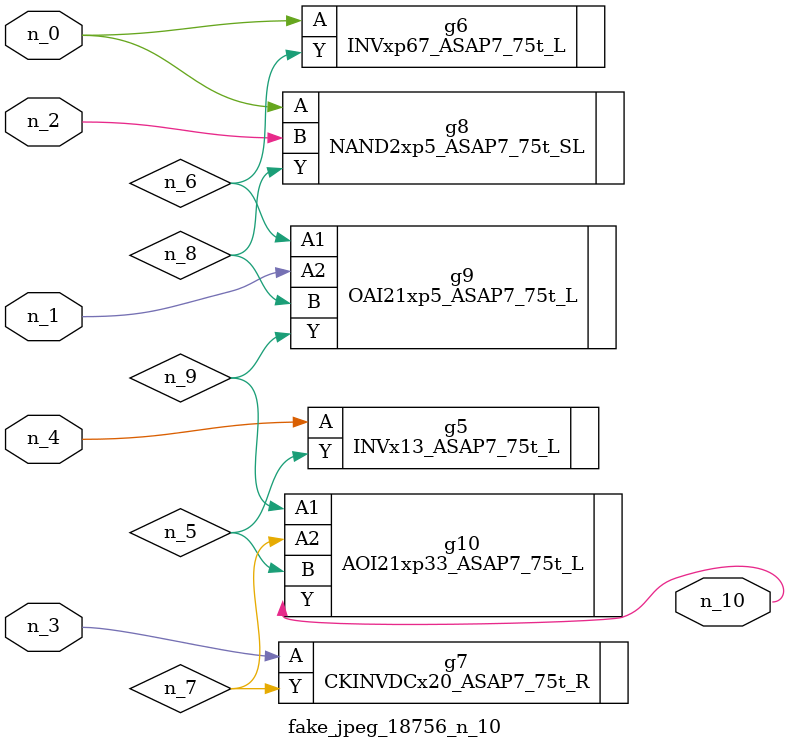
<source format=v>
module fake_jpeg_18756_n_10 (n_3, n_2, n_1, n_0, n_4, n_10);

input n_3;
input n_2;
input n_1;
input n_0;
input n_4;

output n_10;

wire n_8;
wire n_9;
wire n_6;
wire n_5;
wire n_7;

INVx13_ASAP7_75t_L g5 ( 
.A(n_4),
.Y(n_5)
);

INVxp67_ASAP7_75t_L g6 ( 
.A(n_0),
.Y(n_6)
);

CKINVDCx20_ASAP7_75t_R g7 ( 
.A(n_3),
.Y(n_7)
);

NAND2xp5_ASAP7_75t_SL g8 ( 
.A(n_0),
.B(n_2),
.Y(n_8)
);

OAI21xp5_ASAP7_75t_L g9 ( 
.A1(n_6),
.A2(n_1),
.B(n_8),
.Y(n_9)
);

AOI21xp33_ASAP7_75t_L g10 ( 
.A1(n_9),
.A2(n_7),
.B(n_5),
.Y(n_10)
);


endmodule
</source>
